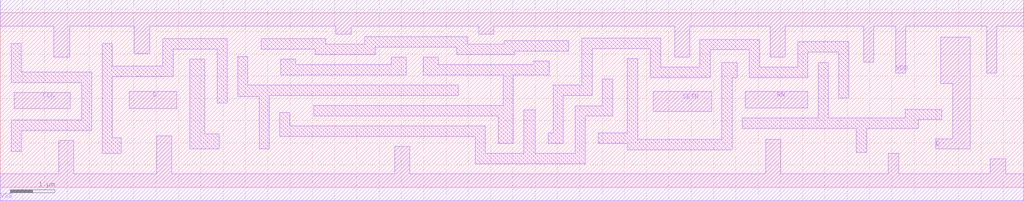
<source format=lef>
# Copyright 2022 GlobalFoundries PDK Authors
#
# Licensed under the Apache License, Version 2.0 (the "License");
# you may not use this file except in compliance with the License.
# You may obtain a copy of the License at
#
#      http://www.apache.org/licenses/LICENSE-2.0
#
# Unless required by applicable law or agreed to in writing, software
# distributed under the License is distributed on an "AS IS" BASIS,
# WITHOUT WARRANTIES OR CONDITIONS OF ANY KIND, either express or implied.
# See the License for the specific language governing permissions and
# limitations under the License.

MACRO gf180mcu_fd_sc_mcu7t5v0__dffrsnq_2
  CLASS core ;
  FOREIGN gf180mcu_fd_sc_mcu7t5v0__dffrsnq_2 0.0 0.0 ;
  ORIGIN 0 0 ;
  SYMMETRY X Y ;
  SITE GF018hv5v_mcu_sc7 ;
  SIZE 22.96 BY 3.92 ;
  PIN D
    DIRECTION INPUT ;
    ANTENNAGATEAREA 0.4015 ;
    PORT
      LAYER METAL1 ;
        POLYGON 2.89 1.77 3.96 1.77 3.96 2.15 2.89 2.15  ;
    END
  END D
  PIN RN
    DIRECTION INPUT ;
    ANTENNAGATEAREA 1.2095 ;
    PORT
      LAYER METAL1 ;
        POLYGON 16.715 1.785 18.115 1.785 18.115 2.15 16.715 2.15  ;
    END
  END RN
  PIN SETN
    DIRECTION INPUT ;
    ANTENNAGATEAREA 1.096 ;
    PORT
      LAYER METAL1 ;
        POLYGON 14.65 1.7 15.955 1.7 15.955 2.15 14.65 2.15  ;
    END
  END SETN
  PIN CLK
    DIRECTION INPUT ;
    USE clock ;
    ANTENNAGATEAREA 0.6755 ;
    PORT
      LAYER METAL1 ;
        POLYGON 0.31 1.77 1.575 1.77 1.575 2.13 0.31 2.13  ;
    END
  END CLK
  PIN Q
    DIRECTION OUTPUT ;
    ANTENNADIFFAREA 1.0556 ;
    PORT
      LAYER METAL1 ;
        POLYGON 21.1 2.33 21.12 2.33 21.37 2.33 21.37 1.09 20.99 1.09 20.99 0.86 21.755 0.86 21.755 3.38 21.12 3.38 21.1 3.38  ;
    END
  END Q
  PIN VDD
    DIRECTION INOUT ;
    USE power ;
    SHAPE ABUTMENT ;
    PORT
      LAYER METAL1 ;
        POLYGON 0 3.62 1.205 3.62 1.205 2.93 1.555 2.93 1.555 3.62 2.055 3.62 3.01 3.62 3.01 3.005 3.35 3.005 3.35 3.62 5.095 3.62 7.53 3.62 7.53 3.445 7.87 3.445 7.87 3.62 10.73 3.62 10.73 3.445 11.07 3.445 11.07 3.62 12.75 3.62 15.125 3.62 15.125 2.93 15.465 2.93 15.465 3.62 17.27 3.62 17.27 2.93 17.61 2.93 17.61 3.62 19.035 3.62 19.365 3.62 19.365 2.81 19.595 2.81 19.595 3.62 20.085 3.62 20.085 2.57 20.315 2.57 20.315 3.62 21.12 3.62 22.125 3.62 22.125 2.57 22.355 2.57 22.355 3.62 22.96 3.62 22.96 4.22 21.12 4.22 19.035 4.22 12.75 4.22 5.095 4.22 2.055 4.22 0 4.22  ;
    END
  END VDD
  PIN VSS
    DIRECTION INOUT ;
    USE ground ;
    SHAPE ABUTMENT ;
    PORT
      LAYER METAL1 ;
        POLYGON 0 -0.3 22.96 -0.3 22.96 0.3 22.55 0.3 22.55 0.64 22.21 0.64 22.21 0.3 20.155 0.3 20.155 0.765 19.925 0.765 19.925 0.3 17.51 0.3 17.51 1.075 17.17 1.075 17.17 0.3 9.19 0.3 9.19 0.915 8.85 0.915 8.85 0.3 3.85 0.3 3.85 1.15 3.51 1.15 3.51 0.3 1.65 0.3 1.65 1.05 1.31 1.05 1.31 0.3 0 0.3  ;
    END
  END VSS
  OBS
      LAYER METAL1 ;
        POLYGON 0.245 2.36 1.825 2.36 1.825 1.51 0.245 1.51 0.245 0.81 0.475 0.81 0.475 1.28 2.055 1.28 2.055 2.59 0.475 2.59 0.475 3.225 0.245 3.225  ;
        POLYGON 4.25 0.865 4.915 0.865 4.915 1.205 4.59 1.205 4.59 2.88 4.25 2.88  ;
        POLYGON 2.515 2.49 3.88 2.49 3.88 3.11 4.865 3.11 4.865 1.895 5.095 1.895 5.095 3.34 3.65 3.34 3.65 2.725 2.515 2.725 2.515 3.225 2.285 3.225 2.285 0.765 2.715 0.765 2.715 1.105 2.515 1.105  ;
        POLYGON 6.29 2.525 9.11 2.525 9.11 2.925 8.77 2.925 8.77 2.755 6.63 2.755 6.63 2.88 6.29 2.88  ;
        POLYGON 5.325 2.04 5.805 2.04 5.805 0.865 6.035 0.865 6.035 2.065 10.27 2.065 10.27 2.295 5.555 2.295 5.555 2.94 5.325 2.94  ;
        POLYGON 9.49 2.525 11.28 2.525 11.28 1.835 7.03 1.835 7.03 1.605 11.17 1.605 11.17 0.99 11.51 0.99 11.51 2.525 12.31 2.525 12.31 2.835 11.97 2.835 11.97 2.755 9.83 2.755 9.83 2.925 9.49 2.925  ;
        POLYGON 5.85 3.11 7.07 3.11 7.07 2.985 8.41 2.985 8.41 3.155 10.245 3.155 10.245 2.985 11.53 2.985 11.53 3.065 12.75 3.065 12.75 3.295 11.3 3.295 11.3 3.215 10.48 3.215 10.48 3.39 8.18 3.39 8.18 3.215 7.3 3.215 7.3 3.345 5.85 3.345  ;
        POLYGON 6.265 1.145 10.65 1.145 10.65 0.53 13.125 0.53 13.125 1.6 13.735 1.6 13.735 2.43 13.505 2.43 13.505 1.83 12.895 1.83 12.895 0.76 12 0.76 12 1.735 11.745 1.735 11.745 0.76 10.88 0.76 10.88 1.375 6.495 1.375 6.495 1.685 6.265 1.685  ;
        POLYGON 13.41 0.99 14.065 0.99 14.065 0.845 16.415 0.845 16.415 2.465 16.535 2.465 16.535 2.805 16.185 2.805 16.185 1.075 14.295 1.075 14.295 2.89 14.065 2.89 14.065 1.22 13.41 1.22  ;
        POLYGON 12.29 0.99 12.63 0.99 12.63 2.06 13.275 2.06 13.275 3.12 14.585 3.12 14.585 2.465 15.925 2.465 15.925 3.09 16.805 3.09 16.805 2.465 18.115 2.465 18.115 3.035 18.805 3.035 18.805 2.005 19.035 2.005 19.035 3.27 17.885 3.27 17.885 2.7 17.035 2.7 17.035 3.325 15.695 3.325 15.695 2.7 14.815 2.7 14.815 3.355 13.045 3.355 13.045 2.295 12.4 2.295 12.4 1.22 12.29 1.22  ;
        POLYGON 16.645 1.325 19.205 1.325 19.205 0.79 19.435 0.79 19.435 1.325 20.595 1.325 20.595 1.525 21.12 1.525 21.12 1.755 20.305 1.755 20.305 1.555 18.575 1.555 18.575 2.805 18.345 2.805 18.345 1.555 16.645 1.555  ;
  END
END gf180mcu_fd_sc_mcu7t5v0__dffrsnq_2

</source>
